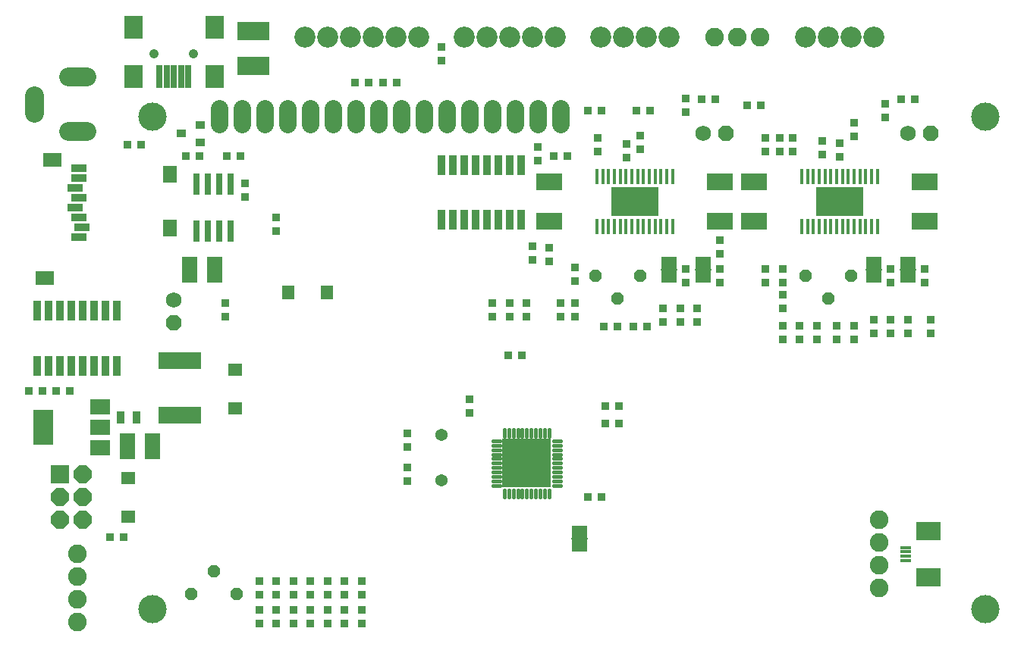
<source format=gts>
G75*
G70*
%OFA0B0*%
%FSLAX24Y24*%
%IPPOS*%
%LPD*%
%AMOC8*
5,1,8,0,0,1.08239X$1,22.5*
%
%ADD10C,0.0178*%
%ADD11R,0.2127X0.2127*%
%ADD12R,0.0690X0.0520*%
%ADD13R,0.0720X0.0060*%
%ADD14R,0.0257X0.1044*%
%ADD15R,0.0847X0.1044*%
%ADD16C,0.0414*%
%ADD17R,0.0414X0.0375*%
%ADD18C,0.0540*%
%ADD19R,0.1399X0.0808*%
%ADD20R,0.0639X0.0560*%
%ADD21R,0.0560X0.0639*%
%ADD22R,0.0800X0.0800*%
%ADD23OC8,0.0800*%
%ADD24R,0.0360X0.0360*%
%ADD25C,0.0820*%
%ADD26R,0.0493X0.0178*%
%ADD27R,0.1084X0.0788*%
%ADD28R,0.0850X0.0650*%
%ADD29R,0.0850X0.1560*%
%ADD30R,0.0320X0.0860*%
%ADD31R,0.0651X0.0336*%
%ADD32R,0.0611X0.0769*%
%ADD33R,0.0808X0.0611*%
%ADD34C,0.0760*%
%ADD35C,0.1241*%
%ADD36OC8,0.0540*%
%ADD37R,0.0300X0.0930*%
%ADD38OC8,0.0690*%
%ADD39C,0.0690*%
%ADD40R,0.1910X0.0749*%
%ADD41R,0.0690X0.1123*%
%ADD42R,0.0375X0.0532*%
%ADD43R,0.0178X0.0690*%
%ADD44R,0.2099X0.1280*%
%ADD45C,0.0920*%
%ADD46R,0.1123X0.0769*%
%ADD47C,0.0847*%
D10*
X022251Y007696D02*
X022545Y007696D01*
X022545Y007893D02*
X022251Y007893D01*
X022251Y008089D02*
X022545Y008089D01*
X022545Y008286D02*
X022251Y008286D01*
X022251Y008483D02*
X022545Y008483D01*
X022545Y008680D02*
X022251Y008680D01*
X022251Y008877D02*
X022545Y008877D01*
X022545Y009074D02*
X022251Y009074D01*
X022251Y009271D02*
X022545Y009271D01*
X022545Y009467D02*
X022251Y009467D01*
X022251Y009664D02*
X022545Y009664D01*
X022753Y009872D02*
X022753Y010166D01*
X022949Y010166D02*
X022949Y009872D01*
X023146Y009872D02*
X023146Y010166D01*
X023343Y010166D02*
X023343Y009872D01*
X023540Y009872D02*
X023540Y010166D01*
X023737Y010166D02*
X023737Y009872D01*
X023934Y009872D02*
X023934Y010166D01*
X024131Y010166D02*
X024131Y009872D01*
X024327Y009872D02*
X024327Y010166D01*
X024524Y010166D02*
X024524Y009872D01*
X024721Y009872D02*
X024721Y010166D01*
X024928Y009664D02*
X025222Y009664D01*
X025222Y009467D02*
X024928Y009467D01*
X024928Y009271D02*
X025222Y009271D01*
X025222Y009074D02*
X024928Y009074D01*
X024928Y008877D02*
X025222Y008877D01*
X025222Y008680D02*
X024928Y008680D01*
X024928Y008483D02*
X025222Y008483D01*
X025222Y008286D02*
X024928Y008286D01*
X024928Y008089D02*
X025222Y008089D01*
X025222Y007893D02*
X024928Y007893D01*
X024928Y007696D02*
X025222Y007696D01*
X024721Y007488D02*
X024721Y007194D01*
X024524Y007194D02*
X024524Y007488D01*
X024327Y007488D02*
X024327Y007194D01*
X024131Y007194D02*
X024131Y007488D01*
X023934Y007488D02*
X023934Y007194D01*
X023737Y007194D02*
X023737Y007488D01*
X023540Y007488D02*
X023540Y007194D01*
X023343Y007194D02*
X023343Y007488D01*
X023146Y007488D02*
X023146Y007194D01*
X022949Y007194D02*
X022949Y007488D01*
X022753Y007488D02*
X022753Y007194D01*
D11*
X023737Y008680D03*
D12*
X026049Y005668D03*
X026049Y005068D03*
X029987Y016880D03*
X029987Y017480D03*
X031487Y017480D03*
X031487Y016880D03*
X038987Y016880D03*
X038987Y017480D03*
X040487Y017480D03*
X040487Y016880D03*
D13*
X040487Y017180D03*
X038987Y017180D03*
X031487Y017180D03*
X029987Y017180D03*
X026049Y005368D03*
D14*
X008867Y025696D03*
X008552Y025696D03*
X008237Y025696D03*
X007922Y025696D03*
X007607Y025696D03*
D15*
X006465Y025696D03*
X006465Y027861D03*
X010009Y027861D03*
X010009Y025696D03*
D16*
X009103Y026680D03*
X007371Y026680D03*
D17*
X009381Y023554D03*
X009381Y022806D03*
X008554Y023180D03*
D18*
X019987Y009930D03*
X019987Y007930D03*
D19*
X011737Y026162D03*
X011737Y027698D03*
D20*
X010924Y012776D03*
X010924Y011084D03*
X006237Y008026D03*
X006237Y006334D03*
D21*
X013265Y016180D03*
X014958Y016180D03*
D22*
X003237Y008180D03*
D23*
X004237Y008180D03*
X004237Y007180D03*
X003237Y007180D03*
X003237Y006180D03*
X004237Y006180D03*
D24*
X005437Y005430D03*
X006037Y005430D03*
X011987Y003480D03*
X011987Y002880D03*
X011987Y002230D03*
X011987Y001630D03*
X012737Y001630D03*
X013487Y001630D03*
X013487Y002230D03*
X012737Y002230D03*
X012737Y002880D03*
X013487Y002880D03*
X013487Y003480D03*
X012737Y003480D03*
X014237Y003480D03*
X014237Y002880D03*
X014237Y002230D03*
X014237Y001630D03*
X014987Y001630D03*
X015737Y001630D03*
X015737Y002230D03*
X014987Y002230D03*
X014987Y002880D03*
X015737Y002880D03*
X015737Y003480D03*
X014987Y003480D03*
X016487Y003480D03*
X016487Y002880D03*
X016487Y002230D03*
X016487Y001630D03*
X018487Y007880D03*
X018487Y008480D03*
X018487Y009380D03*
X018487Y009980D03*
X021237Y010880D03*
X021237Y011480D03*
X022937Y013430D03*
X023537Y013430D03*
X023737Y015130D03*
X022987Y015130D03*
X022987Y015730D03*
X023737Y015730D03*
X022237Y015730D03*
X022237Y015130D03*
X025237Y015130D03*
X025862Y015130D03*
X025862Y015730D03*
X025237Y015730D03*
X025862Y016693D03*
X025862Y017293D03*
X024737Y017568D03*
X024737Y018168D03*
X023987Y018230D03*
X023987Y017630D03*
X027124Y014680D03*
X027724Y014680D03*
X028437Y014680D03*
X029037Y014680D03*
X029737Y014880D03*
X029737Y015480D03*
X030487Y015480D03*
X031237Y015480D03*
X031237Y014880D03*
X030487Y014880D03*
X030737Y016630D03*
X030737Y017230D03*
X032237Y017230D03*
X032237Y016630D03*
X032237Y017880D03*
X032237Y018480D03*
X034237Y017230D03*
X034987Y017230D03*
X034987Y016630D03*
X034237Y016630D03*
X034987Y016105D03*
X034987Y015505D03*
X034987Y014730D03*
X034987Y014130D03*
X035737Y014130D03*
X035737Y014730D03*
X036487Y014730D03*
X036487Y014130D03*
X037362Y014130D03*
X038112Y014130D03*
X038112Y014730D03*
X037362Y014730D03*
X038987Y014980D03*
X038987Y014380D03*
X039737Y014380D03*
X040487Y014380D03*
X040487Y014980D03*
X039737Y014980D03*
X041487Y014980D03*
X041487Y014380D03*
X041237Y016630D03*
X041237Y017230D03*
X039737Y017230D03*
X039737Y016630D03*
X037487Y022161D03*
X037487Y022761D03*
X038112Y023068D03*
X038112Y023668D03*
X039487Y023880D03*
X039487Y024480D03*
X040187Y024680D03*
X040787Y024680D03*
X036737Y022855D03*
X036737Y022255D03*
X035424Y022380D03*
X034862Y022380D03*
X034237Y022380D03*
X034237Y022980D03*
X034862Y022980D03*
X035424Y022980D03*
X034037Y024430D03*
X033437Y024430D03*
X032037Y024680D03*
X031437Y024680D03*
X030737Y024730D03*
X030737Y024130D03*
X029162Y024180D03*
X028562Y024180D03*
X028737Y023105D03*
X028112Y022730D03*
X028737Y022505D03*
X028112Y022130D03*
X026862Y022380D03*
X026862Y022980D03*
X025537Y022180D03*
X024937Y022180D03*
X024237Y022005D03*
X024237Y022605D03*
X026437Y024180D03*
X027037Y024180D03*
X019987Y026380D03*
X019987Y026980D03*
X018037Y025430D03*
X017437Y025430D03*
X016787Y025430D03*
X016187Y025430D03*
X011162Y022180D03*
X010562Y022180D03*
X009349Y022180D03*
X008749Y022180D03*
X006787Y022680D03*
X006187Y022680D03*
X011362Y020980D03*
X011362Y020380D03*
X012737Y019480D03*
X012737Y018880D03*
X010487Y015730D03*
X010487Y015130D03*
X003662Y011868D03*
X003062Y011868D03*
X002474Y011868D03*
X001874Y011868D03*
X026437Y007180D03*
X027037Y007180D03*
X027187Y010430D03*
X027787Y010430D03*
X027787Y011180D03*
X027187Y011180D03*
D25*
X003987Y001680D03*
X003987Y002680D03*
X003987Y003680D03*
X003987Y004680D03*
X039237Y004180D03*
X039237Y003180D03*
X039237Y005180D03*
X039237Y006180D03*
X033987Y027430D03*
X032987Y027430D03*
X031987Y027430D03*
D26*
X040404Y004975D03*
X040404Y004778D03*
X040404Y004582D03*
X040404Y004385D03*
D27*
X041408Y003656D03*
X041408Y005704D03*
D28*
X004977Y009353D03*
X004977Y010253D03*
X004977Y011153D03*
D29*
X002497Y010243D03*
D30*
X002737Y012970D03*
X003237Y012970D03*
X003737Y012970D03*
X004237Y012970D03*
X004737Y012970D03*
X005237Y012970D03*
X005737Y012970D03*
X005737Y015390D03*
X005237Y015390D03*
X004737Y015390D03*
X004237Y015390D03*
X003737Y015390D03*
X003237Y015390D03*
X002737Y015390D03*
X002237Y015390D03*
X002237Y012970D03*
X019987Y019376D03*
X020487Y019376D03*
X020987Y019376D03*
X021487Y019376D03*
X021987Y019376D03*
X022487Y019376D03*
X022987Y019376D03*
X023487Y019376D03*
X023487Y021796D03*
X022987Y021796D03*
X022487Y021796D03*
X021987Y021796D03*
X021487Y021796D03*
X020987Y021796D03*
X020487Y021796D03*
X019987Y021796D03*
D31*
X004205Y019070D03*
X004048Y018637D03*
X004048Y019503D03*
X003890Y019936D03*
X004048Y020369D03*
X003890Y020802D03*
X004048Y021235D03*
X004048Y021668D03*
D32*
X008064Y021393D03*
X008064Y019030D03*
D33*
X002906Y022023D03*
X002552Y016826D03*
D34*
X010235Y023583D02*
X010235Y024283D01*
X011235Y024283D02*
X011235Y023583D01*
X012235Y023583D02*
X012235Y024283D01*
X013235Y024283D02*
X013235Y023583D01*
X014235Y023583D02*
X014235Y024283D01*
X015235Y024283D02*
X015235Y023583D01*
X016235Y023583D02*
X016235Y024283D01*
X017235Y024283D02*
X017235Y023583D01*
X018235Y023583D02*
X018235Y024283D01*
X019235Y024283D02*
X019235Y023583D01*
X020235Y023583D02*
X020235Y024283D01*
X021235Y024283D02*
X021235Y023583D01*
X022235Y023583D02*
X022235Y024283D01*
X023235Y024283D02*
X023235Y023583D01*
X024235Y023583D02*
X024235Y024283D01*
X025235Y024283D02*
X025235Y023583D01*
D35*
X007287Y023930D03*
X007287Y002275D03*
X043902Y002275D03*
X043897Y023930D03*
D36*
X037977Y016930D03*
X036987Y015930D03*
X035997Y016930D03*
X028727Y016930D03*
X027737Y015930D03*
X026747Y016930D03*
X009987Y003930D03*
X010977Y002930D03*
X008997Y002930D03*
D37*
X009237Y018900D03*
X009737Y018900D03*
X010237Y018900D03*
X010737Y018900D03*
X010737Y020960D03*
X010237Y020960D03*
X009737Y020960D03*
X009237Y020960D03*
D38*
X008237Y014868D03*
X032487Y023180D03*
X041487Y023180D03*
D39*
X040487Y023180D03*
X031487Y023180D03*
X008237Y015868D03*
D40*
X008487Y013180D03*
X008487Y010798D03*
D41*
X007288Y009430D03*
X006186Y009430D03*
X008936Y017180D03*
X010038Y017180D03*
D42*
X006591Y010680D03*
X005883Y010680D03*
D43*
X026823Y019078D03*
X027079Y019078D03*
X027335Y019078D03*
X027591Y019078D03*
X027847Y019078D03*
X028103Y019078D03*
X028359Y019078D03*
X028615Y019078D03*
X028871Y019078D03*
X029127Y019078D03*
X029383Y019078D03*
X029638Y019078D03*
X029894Y019078D03*
X030150Y019078D03*
X030150Y021282D03*
X029894Y021282D03*
X029638Y021282D03*
X029383Y021282D03*
X029127Y021282D03*
X028871Y021282D03*
X028615Y021282D03*
X028359Y021282D03*
X028103Y021282D03*
X027847Y021282D03*
X027591Y021282D03*
X027335Y021282D03*
X027079Y021282D03*
X026823Y021282D03*
X035823Y021282D03*
X036079Y021282D03*
X036335Y021282D03*
X036591Y021282D03*
X036847Y021282D03*
X037103Y021282D03*
X037359Y021282D03*
X037615Y021282D03*
X037871Y021282D03*
X038127Y021282D03*
X038383Y021282D03*
X038638Y021282D03*
X038894Y021282D03*
X039150Y021282D03*
X039150Y019078D03*
X038894Y019078D03*
X038638Y019078D03*
X038383Y019078D03*
X038127Y019078D03*
X037871Y019078D03*
X037615Y019078D03*
X037359Y019078D03*
X037103Y019078D03*
X036847Y019078D03*
X036591Y019078D03*
X036335Y019078D03*
X036079Y019078D03*
X035823Y019078D03*
D44*
X037487Y020180D03*
X028487Y020180D03*
D45*
X028987Y027430D03*
X029987Y027430D03*
X027987Y027430D03*
X026987Y027430D03*
X024987Y027430D03*
X023987Y027430D03*
X022987Y027430D03*
X021987Y027430D03*
X020987Y027430D03*
X018987Y027430D03*
X017987Y027430D03*
X016987Y027430D03*
X015987Y027430D03*
X014987Y027430D03*
X013987Y027430D03*
X035987Y027430D03*
X036987Y027430D03*
X037987Y027430D03*
X038987Y027430D03*
D46*
X041237Y021046D03*
X041237Y019314D03*
X033737Y019314D03*
X032237Y019314D03*
X032237Y021046D03*
X033737Y021046D03*
X024737Y021046D03*
X024737Y019314D03*
D47*
X004381Y023280D02*
X003593Y023280D01*
X002087Y024086D02*
X002087Y024874D01*
X003593Y025680D02*
X004381Y025680D01*
M02*

</source>
